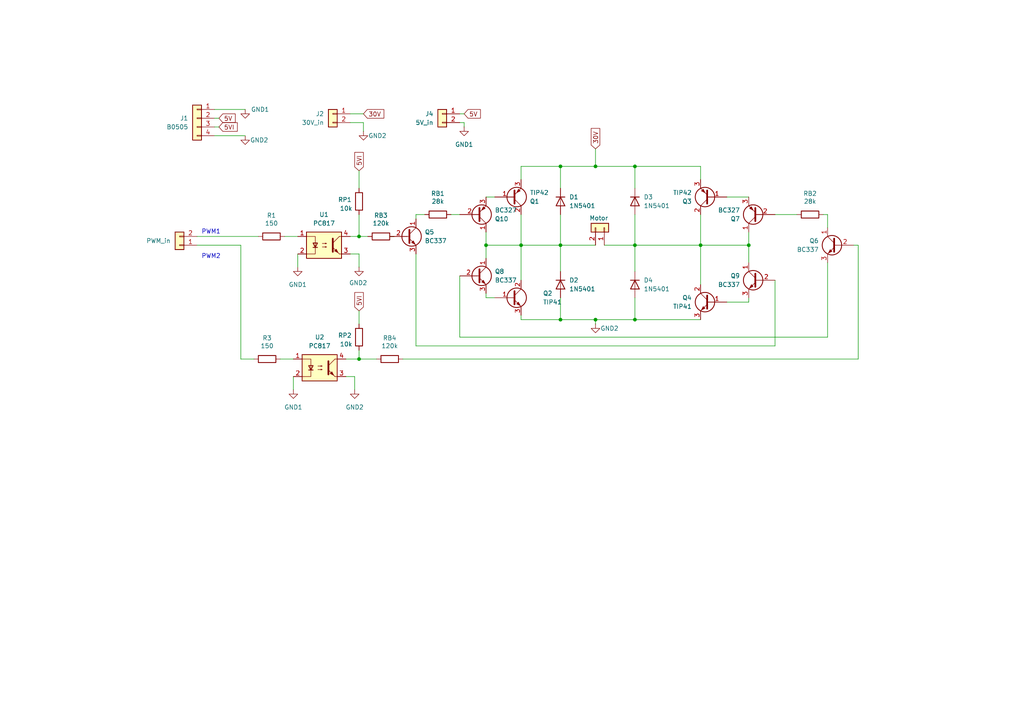
<source format=kicad_sch>
(kicad_sch (version 20231120) (generator "eeschema") (generator_version "8.0")
  (paper "A4")
  (title_block (title "Driver Puente H 30V 1A") (date "2025-07-30") (rev "V1") (company "Kuts S.A.S"))
  (lib_symbols
    (symbol "Connector_Generic:Conn_01x02" (pin_names (offset 1.016) hide)
      (property "Reference" "J" (at 0 2.54 0))
      (property "Value" "Conn_01x02" (at 0 -5.08 0))
      (symbol "Conn_01x02_1_1"
        (rectangle (start -1.27 -2.413) (end 0 -2.667) (stroke (width 0.1524)))
        (rectangle (start -1.27 0.127) (end 0 -0.127) (stroke (width 0.1524)))
        (rectangle (start -1.27 1.27) (end 1.27 -3.81) (stroke (width 0.254)) (fill (type background)))
        (pin passive line (at -5.08 0 0) (length 3.81) (name "Pin_1") (number "1"))
        (pin passive line (at -5.08 -2.54 0) (length 3.81) (name "Pin_2") (number "2"))
      )
    )
    (symbol "Connector_Generic:Conn_01x04" (pin_names (offset 1.016) hide)
      (property "Reference" "J" (at 0 5.08 0))
      (property "Value" "Conn_01x04" (at 0 -7.62 0))
      (symbol "Conn_01x04_1_1"
        (rectangle (start -1.27 -4.953) (end 0 -5.207) (stroke (width 0.1524)))
        (rectangle (start -1.27 -2.413) (end 0 -2.667) (stroke (width 0.1524)))
        (rectangle (start -1.27 0.127) (end 0 -0.127) (stroke (width 0.1524)))
        (rectangle (start -1.27 2.667) (end 0 2.413) (stroke (width 0.1524)))
        (rectangle (start -1.27 3.81) (end 1.27 -6.35) (stroke (width 0.254)) (fill (type background)))
        (pin passive line (at -5.08 2.54 0) (length 3.81) (name "Pin_1") (number "1"))
        (pin passive line (at -5.08 0 0) (length 3.81) (name "Pin_2") (number "2"))
        (pin passive line (at -5.08 -2.54 0) (length 3.81) (name "Pin_3") (number "3"))
        (pin passive line (at -5.08 -5.08 0) (length 3.81) (name "Pin_4") (number "4"))
      )
    )
    (symbol "Device:R" (pin_numbers hide) (pin_names (offset 0))
      (property "Reference" "R" (at 2.032 0 90))
      (property "Value" "R" (at 0 0 90))
      (symbol "R_0_1"
        (rectangle (start -1.016 -2.54) (end 1.016 2.54) (stroke (width 0.254)))
      )
      (symbol "R_1_1"
        (pin passive line (at 0 3.81 270) (length 1.27) (name "~") (number "1"))
        (pin passive line (at 0 -3.81 90) (length 1.27) (name "~") (number "2"))
      )
    )
    (symbol "Diode:1N5401" (pin_numbers hide) (pin_names hide)
      (property "Reference" "D" (at 0 2.54 0))
      (property "Value" "1N5401" (at 0 -2.54 0))
      (symbol "1N5401_0_1"
        (polyline (pts (xy -1.27 1.27) (xy -1.27 -1.27)) (stroke (width 0.254)))
        (polyline (pts (xy 1.27 0) (xy -1.27 0)))
        (polyline (pts (xy 1.27 1.27) (xy 1.27 -1.27) (xy -1.27 0) (xy 1.27 1.27)) (stroke (width 0.254)))
      )
      (symbol "1N5401_1_1"
        (pin passive line (at -3.81 0 0) (length 2.54) (name "K") (number "1"))
        (pin passive line (at 3.81 0 180) (length 2.54) (name "A") (number "2"))
      )
    )
    (symbol "Isolator:PC817" (pin_names (offset 1.016))
      (property "Reference" "U" (at -5.08 5.08 0))
      (property "Value" "PC817" (at 0 5.08 0))
      (symbol "PC817_0_1"
        (rectangle (start -5.08 3.81) (end 5.08 -3.81) (stroke (width 0.254)) (fill (type background)))
        (polyline (pts (xy -3.175 -0.635) (xy -1.905 -0.635)) (stroke (width 0.254)))
        (polyline (pts (xy 2.54 0.635) (xy 4.445 2.54)))
        (polyline (pts (xy 4.445 -2.54) (xy 2.54 -0.635)) (fill (type outline)))
        (polyline (pts (xy 4.445 -2.54) (xy 5.08 -2.54)))
        (polyline (pts (xy 4.445 2.54) (xy 5.08 2.54)))
        (polyline (pts (xy -5.08 2.54) (xy -2.54 2.54) (xy -2.54 -0.635)))
        (polyline (pts (xy -2.54 -0.635) (xy -2.54 -2.54) (xy -5.08 -2.54)))
        (polyline (pts (xy 2.54 1.905) (xy 2.54 -1.905) (xy 2.54 -1.905)) (stroke (width 0.508)))
        (polyline (pts (xy -2.54 -0.635) (xy -3.175 0.635) (xy -1.905 0.635) (xy -2.54 -0.635)) (stroke (width 0.254)))
        (polyline (pts (xy -0.508 -0.508) (xy 0.762 -0.508) (xy 0.381 -0.635) (xy 0.381 -0.381) (xy 0.762 -0.508)))
        (polyline (pts (xy -0.508 0.508) (xy 0.762 0.508) (xy 0.381 0.381) (xy 0.381 0.635) (xy 0.762 0.508)))
        (polyline (pts (xy 3.048 -1.651) (xy 3.556 -1.143) (xy 4.064 -2.159) (xy 3.048 -1.651) (xy 3.048 -1.651)) (fill (type outline)))
      )
      (symbol "PC817_1_1"
        (pin passive line (at -7.62 2.54 0) (length 2.54) (name "~") (number "1"))
        (pin passive line (at -7.62 -2.54 0) (length 2.54) (name "~") (number "2"))
        (pin passive line (at 7.62 -2.54 180) (length 2.54) (name "~") (number "3"))
        (pin passive line (at 7.62 2.54 180) (length 2.54) (name "~") (number "4"))
      )
    )
    (symbol "Transistor_BJT:BC327" (pin_names (offset 0) hide)
      (property "Reference" "Q" (at 5.08 1.905 0))
      (property "Value" "BC327" (at 5.08 0 0))
      (symbol "BC327_0_1"
        (polyline (pts (xy 0.635 0.635) (xy 2.54 2.54)))
        (polyline (pts (xy 0.635 -0.635) (xy 2.54 -2.54) (xy 2.54 -2.54)))
        (polyline (pts (xy 0.635 1.905) (xy 0.635 -1.905) (xy 0.635 -1.905)) (stroke (width 0.508)))
        (polyline (pts (xy 2.286 -1.778) (xy 1.778 -2.286) (xy 1.27 -1.27) (xy 2.286 -1.778) (xy 2.286 -1.778)) (fill (type outline)))
        (circle (center 1.27 0) (radius 2.8194) (stroke (width 0.254)))
      )
      (symbol "BC327_1_1"
        (pin passive line (at 2.54 5.08 270) (length 2.54) (name "C") (number "1"))
        (pin input line (at -5.08 0 0) (length 5.715) (name "B") (number "2"))
        (pin passive line (at 2.54 -5.08 90) (length 2.54) (name "E") (number "3"))
      )
    )
    (symbol "Transistor_BJT:BC337" (pin_names (offset 0) hide)
      (property "Reference" "Q" (at 5.08 1.905 0))
      (property "Value" "BC337" (at 5.08 0 0))
      (symbol "BC337_0_1"
        (polyline (pts (xy 0 0) (xy 0.635 0)))
        (polyline (pts (xy 0.635 0.635) (xy 2.54 2.54)))
        (polyline (pts (xy 0.635 -0.635) (xy 2.54 -2.54) (xy 2.54 -2.54)))
        (polyline (pts (xy 0.635 1.905) (xy 0.635 -1.905) (xy 0.635 -1.905)) (stroke (width 0.508)))
        (polyline (pts (xy 1.27 -1.778) (xy 1.778 -1.27) (xy 2.286 -2.286) (xy 1.27 -1.778) (xy 1.27 -1.778)) (fill (type outline)))
        (circle (center 1.27 0) (radius 2.8194) (stroke (width 0.254)))
      )
      (symbol "BC337_1_1"
        (pin passive line (at 2.54 5.08 270) (length 2.54) (name "C") (number "1"))
        (pin input line (at -5.08 0 0) (length 5.08) (name "B") (number "2"))
        (pin passive line (at 2.54 -5.08 90) (length 2.54) (name "E") (number "3"))
      )
    )
    (symbol "Transistor_BJT:TIP41" (pin_names (offset 0) hide)
      (property "Reference" "Q" (at 6.35 1.905 0))
      (property "Value" "TIP41" (at 6.35 0 0))
      (symbol "TIP41_0_1"
        (polyline (pts (xy 0.635 0.635) (xy 2.54 2.54)))
        (polyline (pts (xy 0.635 -0.635) (xy 2.54 -2.54) (xy 2.54 -2.54)))
        (polyline (pts (xy 0.635 1.905) (xy 0.635 -1.905) (xy 0.635 -1.905)) (stroke (width 0.508)))
        (polyline (pts (xy 1.27 -1.778) (xy 1.778 -1.27) (xy 2.286 -2.286) (xy 1.27 -1.778) (xy 1.27 -1.778)) (fill (type outline)))
        (circle (center 1.27 0) (radius 2.8194) (stroke (width 0.254)))
      )
      (symbol "TIP41_1_1"
        (pin input line (at -5.08 0 0) (length 5.715) (name "B") (number "1"))
        (pin passive line (at 2.54 5.08 270) (length 2.54) (name "C") (number "2"))
        (pin passive line (at 2.54 -5.08 90) (length 2.54) (name "E") (number "3"))
      )
    )
    (symbol "Transistor_BJT:TIP42" (pin_names (offset 0) hide)
      (property "Reference" "Q" (at 6.35 1.905 0))
      (property "Value" "TIP42" (at 6.35 0 0))
      (symbol "TIP42_0_1"
        (polyline (pts (xy 0.635 0.635) (xy 2.54 2.54)))
        (polyline (pts (xy 0.635 -0.635) (xy 2.54 -2.54) (xy 2.54 -2.54)))
        (polyline (pts (xy 0.635 1.905) (xy 0.635 -1.905) (xy 0.635 -1.905)) (stroke (width 0.508)))
        (polyline (pts (xy 2.286 -1.778) (xy 1.778 -2.286) (xy 1.27 -1.27) (xy 2.286 -1.778) (xy 2.286 -1.778)) (fill (type outline)))
        (circle (center 1.27 0) (radius 2.8194) (stroke (width 0.254)))
      )
      (symbol "TIP42_1_1"
        (pin input line (at -5.08 0 0) (length 5.715) (name "B") (number "1"))
        (pin passive line (at 2.54 5.08 270) (length 2.54) (name "C") (number "2"))
        (pin passive line (at 2.54 -5.08 90) (length 2.54) (name "E") (number "3"))
      )
    )
    (symbol "power:GND" (power) (pin_numbers hide) (pin_names (offset 0) hide)
      (property "Value" "GND" (at 0 -3.81 0))
      (symbol "GND_0_1"
        (polyline (pts (xy 0 0) (xy 0 -1.27) (xy 1.27 -1.27) (xy 0 -2.54) (xy -1.27 -1.27) (xy 0 -1.27)))
      )
      (symbol "GND_1_1"
        (pin power_in line (at 0 0 270) (length 0) (name "~") (number "1"))
      )
    )
  )
  (junction (at 203.2 71.12))
  (junction (at 184.15 92.71))
  (junction (at 162.56 71.12))
  (junction (at 162.56 48.26))
  (junction (at 217.17 71.12))
  (junction (at 140.97 71.12))
  (junction (at 172.72 48.26))
  (junction (at 104.14 104.14))
  (junction (at 184.15 71.12))
  (junction (at 172.72 92.71))
  (junction (at 162.56 92.71))
  (junction (at 104.14 68.58))
  (junction (at 151.13 71.12))
  (junction (at 184.15 48.26))
  (wire (pts (xy 85.09 109.22) (xy 85.09 113.03)))
  (wire (pts (xy 224.79 81.28) (xy 224.79 100.33)))
  (wire (pts (xy 140.97 57.15) (xy 143.51 57.15)))
  (wire (pts (xy 224.79 62.23) (xy 231.14 62.23)))
  (wire (pts (xy 184.15 48.26) (xy 184.15 54.61)))
  (wire (pts (xy 100.33 104.14) (xy 104.14 104.14)))
  (wire (pts (xy 140.97 74.93) (xy 140.97 71.12)))
  (wire (pts (xy 120.65 100.33) (xy 120.65 73.66)))
  (wire (pts (xy 104.14 104.14) (xy 109.22 104.14)))
  (wire (pts (xy 203.2 52.07) (xy 203.2 48.26)))
  (wire (pts (xy 104.14 73.66) (xy 104.14 77.47)))
  (wire (pts (xy 69.85 104.14) (xy 69.85 71.12)))
  (wire (pts (xy 133.35 97.79) (xy 240.03 97.79)))
  (wire (pts (xy 140.97 86.36) (xy 140.97 85.09)))
  (wire (pts (xy 162.56 71.12) (xy 172.72 71.12)))
  (wire (pts (xy 172.72 92.71) (xy 172.72 93.98)))
  (wire (pts (xy 102.87 109.22) (xy 102.87 113.03)))
  (wire (pts (xy 184.15 71.12) (xy 184.15 78.74)))
  (wire (pts (xy 100.33 109.22) (xy 102.87 109.22)))
  (wire (pts (xy 224.79 100.33) (xy 120.65 100.33)))
  (wire (pts (xy 71.12 39.37) (xy 62.23 39.37)))
  (wire (pts (xy 114.3 68.58) (xy 113.03 68.58)))
  (wire (pts (xy 62.23 31.75) (xy 71.12 31.75)))
  (wire (pts (xy 57.15 68.58) (xy 74.93 68.58)))
  (wire (pts (xy 240.03 76.2) (xy 240.03 97.79)))
  (wire (pts (xy 104.14 62.23) (xy 104.14 68.58)))
  (wire (pts (xy 134.62 35.56) (xy 134.62 36.83)))
  (wire (pts (xy 81.28 104.14) (xy 85.09 104.14)))
  (wire (pts (xy 151.13 62.23) (xy 151.13 71.12)))
  (wire (pts (xy 162.56 92.71) (xy 172.72 92.71)))
  (wire (pts (xy 105.41 33.02) (xy 101.6 33.02)))
  (wire (pts (xy 62.23 36.83) (xy 63.5 36.83)))
  (wire (pts (xy 104.14 101.6) (xy 104.14 104.14)))
  (wire (pts (xy 62.23 34.29) (xy 63.5 34.29)))
  (wire (pts (xy 203.2 71.12) (xy 203.2 82.55)))
  (wire (pts (xy 104.14 49.53) (xy 104.14 54.61)))
  (wire (pts (xy 105.41 38.1) (xy 105.41 35.56)))
  (wire (pts (xy 105.41 35.56) (xy 101.6 35.56)))
  (wire (pts (xy 184.15 48.26) (xy 203.2 48.26)))
  (wire (pts (xy 57.15 71.12) (xy 69.85 71.12)))
  (wire (pts (xy 162.56 71.12) (xy 162.56 78.74)))
  (wire (pts (xy 82.55 68.58) (xy 86.36 68.58)))
  (wire (pts (xy 151.13 71.12) (xy 151.13 81.28)))
  (wire (pts (xy 140.97 86.36) (xy 143.51 86.36)))
  (wire (pts (xy 101.6 68.58) (xy 104.14 68.58)))
  (wire (pts (xy 238.76 62.23) (xy 240.03 62.23)))
  (wire (pts (xy 172.72 48.26) (xy 184.15 48.26)))
  (wire (pts (xy 123.19 62.23) (xy 120.65 62.23)))
  (wire (pts (xy 104.14 68.58) (xy 106.68 68.58)))
  (wire (pts (xy 210.82 57.15) (xy 217.17 57.15)))
  (wire (pts (xy 133.35 80.01) (xy 133.35 97.79)))
  (wire (pts (xy 104.14 90.17) (xy 104.14 93.98)))
  (wire (pts (xy 172.72 48.26) (xy 162.56 48.26)))
  (wire (pts (xy 130.81 62.23) (xy 133.35 62.23)))
  (wire (pts (xy 86.36 77.47) (xy 86.36 73.66)))
  (wire (pts (xy 184.15 71.12) (xy 203.2 71.12)))
  (wire (pts (xy 151.13 48.26) (xy 151.13 52.07)))
  (wire (pts (xy 162.56 48.26) (xy 162.56 54.61)))
  (wire (pts (xy 240.03 66.04) (xy 240.03 62.23)))
  (wire (pts (xy 175.26 71.12) (xy 184.15 71.12)))
  (wire (pts (xy 217.17 86.36) (xy 217.17 87.63)))
  (wire (pts (xy 184.15 86.36) (xy 184.15 92.71)))
  (wire (pts (xy 162.56 86.36) (xy 162.56 92.71)))
  (wire (pts (xy 140.97 67.31) (xy 140.97 71.12)))
  (wire (pts (xy 184.15 92.71) (xy 203.2 92.71)))
  (wire (pts (xy 151.13 92.71) (xy 162.56 92.71)))
  (wire (pts (xy 248.92 71.12) (xy 247.65 71.12)))
  (wire (pts (xy 151.13 92.71) (xy 151.13 91.44)))
  (wire (pts (xy 248.92 71.12) (xy 248.92 104.14)))
  (wire (pts (xy 101.6 73.66) (xy 104.14 73.66)))
  (wire (pts (xy 203.2 71.12) (xy 217.17 71.12)))
  (wire (pts (xy 217.17 71.12) (xy 217.17 76.2)))
  (wire (pts (xy 217.17 67.31) (xy 217.17 71.12)))
  (wire (pts (xy 162.56 48.26) (xy 151.13 48.26)))
  (wire (pts (xy 120.65 62.23) (xy 120.65 63.5)))
  (wire (pts (xy 184.15 62.23) (xy 184.15 71.12)))
  (wire (pts (xy 116.84 104.14) (xy 248.92 104.14)))
  (wire (pts (xy 172.72 43.18) (xy 172.72 48.26)))
  (wire (pts (xy 69.85 104.14) (xy 73.66 104.14)))
  (wire (pts (xy 203.2 62.23) (xy 203.2 71.12)))
  (wire (pts (xy 162.56 62.23) (xy 162.56 71.12)))
  (wire (pts (xy 134.62 33.02) (xy 133.35 33.02)))
  (wire (pts (xy 172.72 92.71) (xy 184.15 92.71)))
  (wire (pts (xy 140.97 71.12) (xy 151.13 71.12)))
  (wire (pts (xy 133.35 35.56) (xy 134.62 35.56)))
  (wire (pts (xy 151.13 71.12) (xy 162.56 71.12)))
  (wire (pts (xy 210.82 87.63) (xy 217.17 87.63)))
  (text "PWM2" (at 61.214 74.422 0) (effects (font (size 1.27 1.27))))
  (text "PWM1" (at 61.214 67.31 0) (effects (font (size 1.27 1.27))))
  (global_label "5V" (shape input) (at 134.62 33.02 0) (property "Intersheetrefs" "${INTERSHEET_REFS}" (effects (hide yes))))
  (global_label "5VI" (shape input) (at 63.5 36.83 0) (property "Intersheetrefs" "${INTERSHEET_REFS}" (effects (hide yes))))
  (global_label "5V" (shape input) (at 63.5 34.29 0) (property "Intersheetrefs" "${INTERSHEET_REFS}" (effects (hide yes))))
  (global_label "30V" (shape input) (at 105.41 33.02 0) (property "Intersheetrefs" "${INTERSHEET_REFS}" (effects (hide yes))))
  (global_label "5VI" (shape input) (at 104.14 90.17 90) (property "Intersheetrefs" "${INTERSHEET_REFS}" (effects (hide yes))))
  (global_label "5VI" (shape input) (at 104.14 49.53 90) (property "Intersheetrefs" "${INTERSHEET_REFS}" (effects (hide yes))))
  (global_label "30V" (shape input) (at 172.72 43.18 90) (property "Intersheetrefs" "${INTERSHEET_REFS}" (effects (hide yes))))
  (symbol (lib_id "power:GND") (at 172.72 93.98 0) (unit 1)
    (property "Reference" "#PWR05" (effects (hide yes)))
    (property "Value" "GND2" (at 176.784 95.25 0))
    (property "Description" "Power symbol creates a global label with name \"GND\" , ground" (effects (hide yes)))
  )
  (symbol (lib_id "Device:R") (at 113.03 104.14 90) (unit 1)
    (property "Reference" "RB4" (at 113.03 98.044 90))
    (property "Value" "120k" (at 113.03 100.33 90))
    (property "Footprint" "Resistor_THT:R_Axial_DIN0207_L6.3mm_D2.5mm_P10.16mm_Horizontal" (effects (hide yes)))
    (property "Description" "Resistor" (effects (hide yes)))
  )
  (symbol (lib_id "power:GND") (at 105.41 38.1 0) (unit 1)
    (property "Reference" "#PWR06" (effects (hide yes)))
    (property "Value" "GND2" (at 109.474 39.37 0))
    (property "Description" "Power symbol creates a global label with name \"GND\" , ground" (effects (hide yes)))
  )
  (symbol (lib_id "Connector_Generic:Conn_01x02") (at 128.27 33.02 0) (mirror y) (unit 1)
    (property "Reference" "J4" (at 125.73 33.0199 0) (effects (justify left)))
    (property "Value" "5V_in" (at 125.73 35.5599 0) (effects (justify left)))
    (property "Footprint" "TerminalBlock_Phoenix:TerminalBlock_Phoenix_MKDS-1,5-2_1x02_P5.00mm_Horizontal" (effects (hide yes)))
    (property "Description" "Generic connector, single row, 01x02, script generated (kicad-library-utils/schlib/autogen/connector/)" (effects (hide yes)))
  )
  (symbol (lib_id "Device:R") (at 78.74 68.58 90) (unit 1)
    (property "Reference" "R1" (at 78.74 62.484 90))
    (property "Value" "150" (at 78.74 64.77 90))
    (property "Footprint" "Resistor_THT:R_Axial_DIN0207_L6.3mm_D2.5mm_P10.16mm_Horizontal" (effects (hide yes)))
    (property "Description" "Resistor" (effects (hide yes)))
  )
  (symbol (lib_id "Transistor_BJT:BC327") (at 138.43 62.23 0) (mirror x) (unit 1)
    (property "Reference" "Q10" (at 143.51 63.5001 0) (effects (justify left)))
    (property "Value" "BC327" (at 143.51 60.9601 0) (effects (justify left)))
    (property "Footprint" "Package_TO_SOT_THT:TO-92_Inline" (effects (hide yes)))
    (property "Datasheet" "http://www.onsemi.com/pub_link/Collateral/BC327-D.PDF" (effects (hide yes)))
    (property "Description" "0.8A Ic, 45V Vce, PNP Transistor, TO-92" (effects (hide yes)))
  )
  (symbol (lib_id "Transistor_BJT:TIP42") (at 205.74 57.15 180) (unit 1)
    (property "Reference" "Q3" (at 200.66 58.4201 0) (effects (justify left)))
    (property "Value" "TIP42" (at 200.66 55.8801 0) (effects (justify left)))
    (property "Footprint" "Package_TO_SOT_THT:TO-220-3_Vertical" (effects (hide yes)))
    (property "Datasheet" "https://www.centralsemi.com/get_document.php?cmp=1&mergetype=pd&mergepath=pd&pdf_id=TIP42.PDF" (effects (hide yes)))
    (property "Description" "-6A Ic, -40V Vce, Power PNP Transistor, TO-220" (effects (hide yes)))
  )
  (symbol (lib_id "Device:R") (at 104.14 97.79 180) (unit 1)
    (property "Reference" "RP2" (at 98.044 97.282 0) (effects (justify right)))
    (property "Value" "10k" (at 98.552 99.822 0) (effects (justify right)))
    (property "Footprint" "Resistor_THT:R_Axial_DIN0207_L6.3mm_D2.5mm_P10.16mm_Horizontal" (effects (hide yes)))
    (property "Description" "Resistor" (effects (hide yes)))
  )
  (symbol (lib_id "power:GND") (at 71.12 31.75 0) (unit 1)
    (property "Reference" "#PWR09" (effects (hide yes)))
    (property "Value" "GND1" (at 75.438 31.75 0))
    (property "Description" "Power symbol creates a global label with name \"GND\" , ground" (effects (hide yes)))
  )
  (symbol (lib_id "Transistor_BJT:BC337") (at 138.43 80.01 0) (unit 1)
    (property "Reference" "Q8" (at 143.51 78.7399 0) (effects (justify left)))
    (property "Value" "BC337" (at 143.51 81.2799 0) (effects (justify left)))
    (property "Footprint" "Package_TO_SOT_THT:TO-92_Inline" (effects (hide yes)))
    (property "Datasheet" "https://diotec.com/tl_files/diotec/files/pdf/datasheets/bc337.pdf" (effects (hide yes)))
    (property "Description" "0.8A Ic, 45V Vce, NPN Transistor, TO-92" (effects (hide yes)))
  )
  (symbol (lib_id "Connector_Generic:Conn_01x02") (at 52.07 71.12 180) (unit 1)
    (property "Reference" "PWM_in" (at 49.53 69.85 0) (effects (justify left)))
    (property "Value" "Conn_01x02" (effects (hide yes)))
    (property "Footprint" "TerminalBlock_Phoenix:TerminalBlock_Phoenix_MKDS-1,5-2_1x02_P5.00mm_Horizontal" (effects (hide yes)))
    (property "Description" "Generic connector, single row, 01x02, script generated (kicad-library-utils/schlib/autogen/connector/)" (effects (hide yes)))
  )
  (symbol (lib_id "Diode:1N5401") (at 162.56 82.55 270) (unit 1)
    (property "Reference" "D2" (at 165.1 81.2799 90) (effects (justify left)))
    (property "Value" "1N5401" (at 165.1 83.8199 90) (effects (justify left)))
    (property "Footprint" "Diode_THT:D_DO-201AD_P15.24mm_Horizontal" (effects (hide yes)))
    (property "Datasheet" "http://www.vishay.com/docs/88516/1n5400.pdf" (effects (hide yes)))
    (property "Description" "100V 3A General Purpose Rectifier Diode, DO-201AD" (effects (hide yes)))
    (property "Sim.Device" "D" (effects (hide yes)))
    (property "Sim.Pins" "1=K 2=A" (effects (hide yes)))
  )
  (symbol (lib_id "power:GND") (at 85.09 113.03 0) (unit 1)
    (property "Reference" "#PWR03" (effects (hide yes)))
    (property "Value" "GND1" (at 85.09 118.11 0))
    (property "Description" "Power symbol creates a global label with name \"GND\" , ground" (effects (hide yes)))
  )
  (symbol (lib_id "power:GND") (at 71.12 39.37 0) (unit 1)
    (property "Reference" "#PWR02" (effects (hide yes)))
    (property "Value" "GND2" (at 75.184 40.64 0))
    (property "Description" "Power symbol creates a global label with name \"GND\" , ground" (effects (hide yes)))
  )
  (symbol (lib_id "Transistor_BJT:TIP41") (at 148.59 86.36 0) (unit 1)
    (property "Reference" "Q2" (at 157.48 85.0899 0) (effects (justify left)))
    (property "Value" "TIP41" (at 157.48 87.6299 0) (effects (justify left)))
    (property "Footprint" "Package_TO_SOT_THT:TO-220-3_Vertical" (effects (hide yes)))
    (property "Datasheet" "https://www.centralsemi.com/get_document.php?cmp=1&mergetype=pd&mergepath=pd&pdf_id=tip41.PDF" (effects (hide yes)))
    (property "Description" "6A Ic, 40V Vce, Power NPN Transistor, TO-220" (effects (hide yes)))
  )
  (symbol (lib_id "Connector_Generic:Conn_01x02") (at 175.26 66.04 270) (mirror x) (unit 1)
    (property "Reference" "Motor" (at 170.942 63.246 90) (effects (justify left)))
    (property "Value" "Conn_01x02" (effects (hide yes)))
    (property "Footprint" "TerminalBlock_Phoenix:TerminalBlock_Phoenix_MKDS-1,5-2_1x02_P5.00mm_Horizontal" (effects (hide yes)))
    (property "Description" "Generic connector, single row, 01x02, script generated (kicad-library-utils/schlib/autogen/connector/)" (effects (hide yes)))
  )
  (symbol (lib_id "Connector_Generic:Conn_01x04") (at 57.15 34.29 0) (mirror y) (unit 1)
    (property "Reference" "J1" (at 54.61 34.2899 0) (effects (justify left)))
    (property "Value" "B0505" (at 54.61 36.8299 0) (effects (justify left)))
    (property "Footprint" "TerminalBlock_Phoenix:TerminalBlock_Phoenix_PT-1,5-4-3.5-H_1x04_P3.50mm_Horizontal" (effects (hide yes)))
    (property "Description" "Generic connector, single row, 01x04, script generated (kicad-library-utils/schlib/autogen/connector/)" (effects (hide yes)))
  )
  (symbol (lib_id "Transistor_BJT:BC327") (at 219.71 62.23 180) (unit 1)
    (property "Reference" "Q7" (at 214.63 63.5001 0) (effects (justify left)))
    (property "Value" "BC327" (at 214.63 60.9601 0) (effects (justify left)))
    (property "Footprint" "Package_TO_SOT_THT:TO-92_Inline" (effects (hide yes)))
    (property "Datasheet" "http://www.onsemi.com/pub_link/Collateral/BC327-D.PDF" (effects (hide yes)))
    (property "Description" "0.8A Ic, 45V Vce, PNP Transistor, TO-92" (effects (hide yes)))
  )
  (symbol (lib_id "power:GND") (at 104.14 77.47 0) (unit 1)
    (property "Reference" "#PWR07" (effects (hide yes)))
    (property "Value" "GND2" (at 103.886 82.042 0))
    (property "Description" "Power symbol creates a global label with name \"GND\" , ground" (effects (hide yes)))
  )
  (symbol (lib_id "Device:R") (at 234.95 62.23 90) (unit 1)
    (property "Reference" "RB2" (at 234.95 56.134 90))
    (property "Value" "28k" (at 234.95 58.42 90))
    (property "Footprint" "Resistor_THT:R_Axial_DIN0207_L6.3mm_D2.5mm_P10.16mm_Horizontal" (effects (hide yes)))
    (property "Description" "Resistor" (effects (hide yes)))
  )
  (symbol (lib_id "Device:R") (at 127 62.23 90) (unit 1)
    (property "Reference" "RB1" (at 127 56.134 90))
    (property "Value" "28k" (at 127 58.42 90))
    (property "Footprint" "Resistor_THT:R_Axial_DIN0207_L6.3mm_D2.5mm_P10.16mm_Horizontal" (effects (hide yes)))
    (property "Description" "Resistor" (effects (hide yes)))
  )
  (symbol (lib_id "power:GND") (at 86.36 77.47 0) (unit 1)
    (property "Reference" "#PWR01" (effects (hide yes)))
    (property "Value" "GND1" (at 86.36 82.55 0))
    (property "Description" "Power symbol creates a global label with name \"GND\" , ground" (effects (hide yes)))
  )
  (symbol (lib_id "Diode:1N5401") (at 184.15 82.55 270) (unit 1)
    (property "Reference" "D4" (at 186.69 81.2799 90) (effects (justify left)))
    (property "Value" "1N5401" (at 186.69 83.8199 90) (effects (justify left)))
    (property "Footprint" "Diode_THT:D_DO-201AD_P15.24mm_Horizontal" (effects (hide yes)))
    (property "Datasheet" "http://www.vishay.com/docs/88516/1n5400.pdf" (effects (hide yes)))
    (property "Description" "100V 3A General Purpose Rectifier Diode, DO-201AD" (effects (hide yes)))
    (property "Sim.Device" "D" (effects (hide yes)))
    (property "Sim.Pins" "1=K 2=A" (effects (hide yes)))
  )
  (symbol (lib_id "Transistor_BJT:BC337") (at 219.71 81.28 0) (mirror y) (unit 1)
    (property "Reference" "Q9" (at 214.63 80.0099 0) (effects (justify left)))
    (property "Value" "BC337" (at 214.63 82.5499 0) (effects (justify left)))
    (property "Footprint" "Package_TO_SOT_THT:TO-92_Inline" (effects (hide yes)))
    (property "Datasheet" "https://diotec.com/tl_files/diotec/files/pdf/datasheets/bc337.pdf" (effects (hide yes)))
    (property "Description" "0.8A Ic, 45V Vce, NPN Transistor, TO-92" (effects (hide yes)))
  )
  (symbol (lib_id "Diode:1N5401") (at 184.15 58.42 270) (unit 1)
    (property "Reference" "D3" (at 186.69 57.1499 90) (effects (justify left)))
    (property "Value" "1N5401" (at 186.69 59.6899 90) (effects (justify left)))
    (property "Footprint" "Diode_THT:D_DO-201AD_P15.24mm_Horizontal" (effects (hide yes)))
    (property "Datasheet" "http://www.vishay.com/docs/88516/1n5400.pdf" (effects (hide yes)))
    (property "Description" "100V 3A General Purpose Rectifier Diode, DO-201AD" (effects (hide yes)))
    (property "Sim.Device" "D" (effects (hide yes)))
    (property "Sim.Pins" "1=K 2=A" (effects (hide yes)))
  )
  (symbol (lib_id "Transistor_BJT:TIP41") (at 205.74 87.63 0) (mirror y) (unit 1)
    (property "Reference" "Q4" (at 200.66 86.3599 0) (effects (justify left)))
    (property "Value" "TIP41" (at 200.66 88.8999 0) (effects (justify left)))
    (property "Footprint" "Package_TO_SOT_THT:TO-220-3_Vertical" (effects (hide yes)))
    (property "Datasheet" "https://www.centralsemi.com/get_document.php?cmp=1&mergetype=pd&mergepath=pd&pdf_id=tip41.PDF" (effects (hide yes)))
    (property "Description" "6A Ic, 40V Vce, Power NPN Transistor, TO-220" (effects (hide yes)))
  )
  (symbol (lib_id "Isolator:PC817") (at 93.98 71.12 0) (unit 1)
    (property "Reference" "U1" (at 93.98 62.23 0))
    (property "Value" "PC817" (at 93.98 64.77 0))
    (property "Footprint" "Package_DIP:DIP-4_W7.62mm" (effects (hide yes)))
    (property "Datasheet" "http://www.soselectronic.cz/a_info/resource/d/pc817.pdf" (effects (hide yes)))
    (property "Description" "DC Optocoupler, Vce 35V, CTR 50-300%, DIP-4" (effects (hide yes)))
  )
  (symbol (lib_id "Transistor_BJT:BC337") (at 118.11 68.58 0) (unit 1)
    (property "Reference" "Q5" (at 123.19 67.3099 0) (effects (justify left)))
    (property "Value" "BC337" (at 123.19 69.8499 0) (effects (justify left)))
    (property "Footprint" "Package_TO_SOT_THT:TO-92_Inline" (effects (hide yes)))
    (property "Datasheet" "https://diotec.com/tl_files/diotec/files/pdf/datasheets/bc337.pdf" (effects (hide yes)))
    (property "Description" "0.8A Ic, 45V Vce, NPN Transistor, TO-92" (effects (hide yes)))
  )
  (symbol (lib_id "power:GND") (at 134.62 36.83 0) (unit 1)
    (property "Reference" "#PWR010" (effects (hide yes)))
    (property "Value" "GND1" (at 134.62 41.91 0))
    (property "Description" "Power symbol creates a global label with name \"GND\" , ground" (effects (hide yes)))
  )
  (symbol (lib_id "Connector_Generic:Conn_01x02") (at 96.52 33.02 0) (mirror y) (unit 1)
    (property "Reference" "J2" (at 93.98 33.0199 0) (effects (justify left)))
    (property "Value" "30V_in" (at 93.98 35.5599 0) (effects (justify left)))
    (property "Footprint" "TerminalBlock_Phoenix:TerminalBlock_Phoenix_MKDS-1,5-2_1x02_P5.00mm_Horizontal" (effects (hide yes)))
    (property "Description" "Generic connector, single row, 01x02, script generated (kicad-library-utils/schlib/autogen/connector/)" (effects (hide yes)))
  )
  (symbol (lib_id "power:GND") (at 102.87 113.03 0) (unit 1)
    (property "Reference" "#PWR04" (effects (hide yes)))
    (property "Value" "GND2" (at 102.87 118.11 0))
    (property "Description" "Power symbol creates a global label with name \"GND\" , ground" (effects (hide yes)))
  )
  (symbol (lib_id "Diode:1N5401") (at 162.56 58.42 270) (unit 1)
    (property "Reference" "D1" (at 165.1 57.1499 90) (effects (justify left)))
    (property "Value" "1N5401" (at 165.1 59.6899 90) (effects (justify left)))
    (property "Footprint" "Diode_THT:D_DO-201AD_P15.24mm_Horizontal" (effects (hide yes)))
    (property "Datasheet" "http://www.vishay.com/docs/88516/1n5400.pdf" (effects (hide yes)))
    (property "Description" "100V 3A General Purpose Rectifier Diode, DO-201AD" (effects (hide yes)))
    (property "Sim.Device" "D" (effects (hide yes)))
    (property "Sim.Pins" "1=K 2=A" (effects (hide yes)))
  )
  (symbol (lib_id "Transistor_BJT:BC337") (at 242.57 71.12 0) (mirror y) (unit 1)
    (property "Reference" "Q6" (at 237.49 69.8499 0) (effects (justify left)))
    (property "Value" "BC337" (at 237.49 72.3899 0) (effects (justify left)))
    (property "Footprint" "Package_TO_SOT_THT:TO-92_Inline" (effects (hide yes)))
    (property "Datasheet" "https://diotec.com/tl_files/diotec/files/pdf/datasheets/bc337.pdf" (effects (hide yes)))
    (property "Description" "0.8A Ic, 45V Vce, NPN Transistor, TO-92" (effects (hide yes)))
  )
  (symbol (lib_id "Device:R") (at 110.49 68.58 90) (unit 1)
    (property "Reference" "RB3" (at 110.49 62.484 90))
    (property "Value" "120k" (at 110.49 64.77 90))
    (property "Footprint" "Resistor_THT:R_Axial_DIN0207_L6.3mm_D2.5mm_P10.16mm_Horizontal" (effects (hide yes)))
    (property "Description" "Resistor" (effects (hide yes)))
  )
  (symbol (lib_id "Device:R") (at 104.14 58.42 180) (unit 1)
    (property "Reference" "RP1" (at 98.044 57.912 0) (effects (justify right)))
    (property "Value" "10k" (at 98.552 60.452 0) (effects (justify right)))
    (property "Footprint" "Resistor_THT:R_Axial_DIN0207_L6.3mm_D2.5mm_P10.16mm_Horizontal" (effects (hide yes)))
    (property "Description" "Resistor" (effects (hide yes)))
  )
  (symbol (lib_id "Transistor_BJT:TIP42") (at 148.59 57.15 0) (mirror x) (unit 1)
    (property "Reference" "Q1" (at 153.67 58.42 0) (effects (justify left)))
    (property "Value" "TIP42" (at 153.67 55.88 0) (effects (justify left)))
    (property "Footprint" "Package_TO_SOT_THT:TO-220-3_Vertical" (effects (hide yes)))
    (property "Datasheet" "https://www.centralsemi.com/get_document.php?cmp=1&mergetype=pd&mergepath=pd&pdf_id=TIP42.PDF" (effects (hide yes)))
    (property "Description" "-6A Ic, -40V Vce, Power PNP Transistor, TO-220" (effects (hide yes)))
  )
  (symbol (lib_id "Isolator:PC817") (at 92.71 106.68 0) (unit 1)
    (property "Reference" "U2" (at 92.71 97.79 0))
    (property "Value" "PC817" (at 92.71 100.33 0))
    (property "Footprint" "Package_DIP:DIP-4_W7.62mm" (effects (hide yes)))
    (property "Datasheet" "http://www.soselectronic.cz/a_info/resource/d/pc817.pdf" (effects (hide yes)))
    (property "Description" "DC Optocoupler, Vce 35V, CTR 50-300%, DIP-4" (effects (hide yes)))
  )
  (symbol (lib_id "Device:R") (at 77.47 104.14 90) (unit 1)
    (property "Reference" "R3" (at 77.47 98.044 90))
    (property "Value" "150" (at 77.47 100.33 90))
    (property "Footprint" "Resistor_THT:R_Axial_DIN0207_L6.3mm_D2.5mm_P10.16mm_Horizontal" (effects (hide yes)))
    (property "Description" "Resistor" (effects (hide yes)))
  )
)
</source>
